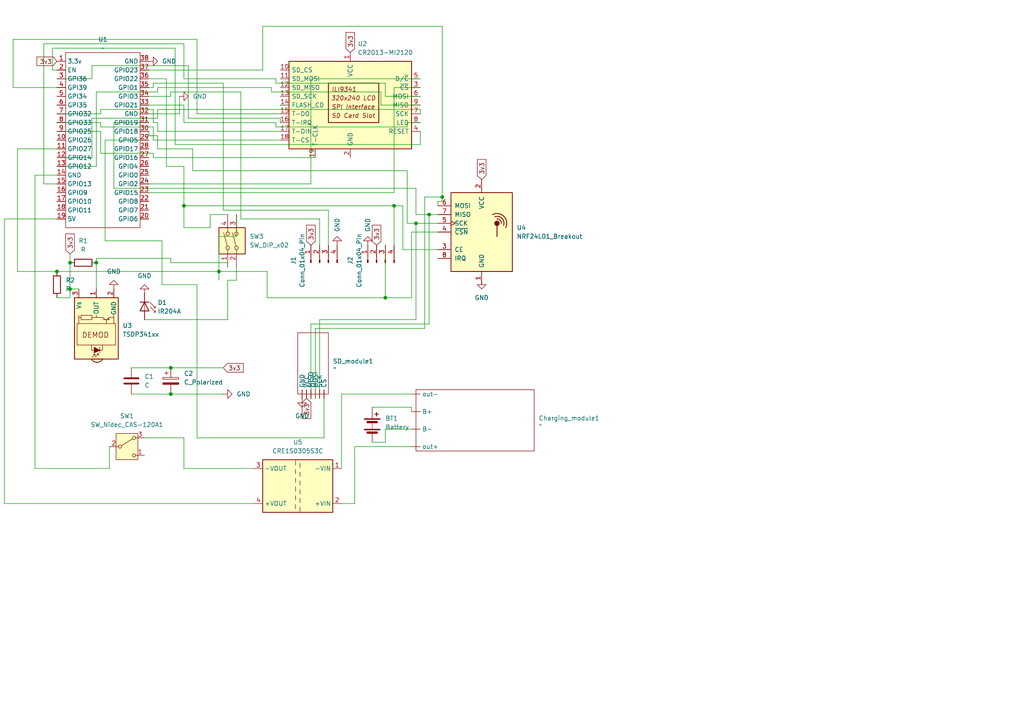
<source format=kicad_sch>
(kicad_sch (version 20250114) (generator "eeschema") (generator_version "9.0")
  (paper "A4")
  (lib_symbols
    (symbol "Connector:Conn_01x04_Pin" (pin_names (offset 1.016) (hide yes))
      (property "Reference" "J" (at 0 5.08 0))
      (property "Value" "Conn_01x04_Pin" (at 0 -7.62 0))
      (symbol "Conn_01x04_Pin_1_1"
        (rectangle (start 0.8636 2.667) (end 0 2.413) (stroke (width 0.1524)) (fill (type outline)))
        (rectangle (start 0.8636 0.127) (end 0 -0.127) (stroke (width 0.1524)) (fill (type outline)))
        (rectangle (start 0.8636 -2.413) (end 0 -2.667) (stroke (width 0.1524)) (fill (type outline)))
        (rectangle (start 0.8636 -4.953) (end 0 -5.207) (stroke (width 0.1524)) (fill (type outline)))
        (polyline (pts (xy 1.27 2.54) (xy 0.8636 2.54)) (stroke (width 0.1524)))
        (polyline (pts (xy 1.27 0) (xy 0.8636 0)) (stroke (width 0.1524)))
        (polyline (pts (xy 1.27 -2.54) (xy 0.8636 -2.54)) (stroke (width 0.1524)))
        (polyline (pts (xy 1.27 -5.08) (xy 0.8636 -5.08)) (stroke (width 0.1524)))
        (pin passive line (at 5.08 2.54 180) (length 3.81) (name "Pin_1") (number "1"))
        (pin passive line (at 5.08 0 180) (length 3.81) (name "Pin_2") (number "2"))
        (pin passive line (at 5.08 -2.54 180) (length 3.81) (name "Pin_3") (number "3"))
        (pin passive line (at 5.08 -5.08 180) (length 3.81) (name "Pin_4") (number "4"))
      )
    )
    (symbol "Device:Battery" (pin_numbers (hide yes)) (pin_names (offset 0) (hide yes))
      (property "Reference" "BT" (at 2.54 2.54 0))
      (property "Value" "Battery" (at 2.54 0 0))
      (symbol "Battery_0_1"
        (rectangle (start -2.286 1.778) (end 2.286 1.524) (fill (type outline)))
        (rectangle (start -2.286 -1.27) (end 2.286 -1.524) (fill (type outline)))
        (rectangle (start -1.524 1.016) (end 1.524 0.508) (fill (type outline)))
        (rectangle (start -1.524 -2.032) (end 1.524 -2.54) (fill (type outline)))
        (polyline (pts (xy 0 1.778) (xy 0 2.54)))
        (polyline (pts (xy 0 0) (xy 0 0.254)))
        (polyline (pts (xy 0 -0.508) (xy 0 -0.254)))
        (polyline (pts (xy 0 -1.016) (xy 0 -0.762)))
        (polyline (pts (xy 0.762 3.048) (xy 1.778 3.048)) (stroke (width 0.254)))
        (polyline (pts (xy 1.27 3.556) (xy 1.27 2.54)) (stroke (width 0.254)))
      )
      (symbol "Battery_1_1"
        (pin passive line (at 0 5.08 270) (length 2.54) (name "+") (number "1"))
        (pin passive line (at 0 -5.08 90) (length 2.54) (name "-") (number "2"))
      )
    )
    (symbol "Device:C" (pin_numbers (hide yes)) (pin_names (offset 0.254))
      (property "Reference" "C" (at 0.635 2.54 0))
      (property "Value" "C" (at 0.635 -2.54 0))
      (symbol "C_0_1"
        (polyline (pts (xy -2.032 0.762) (xy 2.032 0.762)) (stroke (width 0.508)))
        (polyline (pts (xy -2.032 -0.762) (xy 2.032 -0.762)) (stroke (width 0.508)))
      )
      (symbol "C_1_1"
        (pin passive line (at 0 3.81 270) (length 2.794) (name "~") (number "1"))
        (pin passive line (at 0 -3.81 90) (length 2.794) (name "~") (number "2"))
      )
    )
    (symbol "Device:C_Polarized" (pin_numbers (hide yes)) (pin_names (offset 0.254))
      (property "Reference" "C" (at 0.635 2.54 0))
      (property "Value" "C_Polarized" (at 0.635 -2.54 0))
      (symbol "C_Polarized_0_1"
        (rectangle (start -2.286 0.508) (end 2.286 1.016))
        (polyline (pts (xy -1.778 2.286) (xy -0.762 2.286)))
        (polyline (pts (xy -1.27 2.794) (xy -1.27 1.778)))
        (rectangle (start 2.286 -0.508) (end -2.286 -1.016) (fill (type outline)))
      )
      (symbol "C_Polarized_1_1"
        (pin passive line (at 0 3.81 270) (length 2.794) (name "~") (number "1"))
        (pin passive line (at 0 -3.81 90) (length 2.794) (name "~") (number "2"))
      )
    )
    (symbol "Device:R" (pin_numbers (hide yes)) (pin_names (offset 0))
      (property "Reference" "R" (at 2.032 0 90))
      (property "Value" "R" (at 0 0 90))
      (symbol "R_0_1"
        (rectangle (start -1.016 -2.54) (end 1.016 2.54) (stroke (width 0.254)))
      )
      (symbol "R_1_1"
        (pin passive line (at 0 3.81 270) (length 1.27) (name "~") (number "1"))
        (pin passive line (at 0 -3.81 90) (length 1.27) (name "~") (number "2"))
      )
    )
    (symbol "Driver_Display:CR2013-MI2120" (pin_names (offset 0.762))
      (property "Reference" "U2" (at 2.1433 17.78 0))
      (property "Value" "CR2013-MI2120" (at 2.1433 15.24 0))
      (symbol "CR2013-MI2120_0_0"
        (text "ILI9341" (at -5.461 4.572 0) (effects (font (size 1.27 1.27) (italic yes)) (justify left)))
        (text "SPI Interface" (at -5.461 -0.508 0) (effects (font (size 1.27 1.27) (italic yes)) (justify left)))
        (text "SD Card Slot" (at -5.461 -3.048 0) (effects (font (size 1.27 1.27) (italic yes)) (justify left)))
        (text "320x240 LCD" (at 0.889 2.032 0) (effects (font (size 1.27 1.27) (italic yes))))
      )
      (symbol "CR2013-MI2120_0_1"
        (rectangle (start -17.78 12.7) (end 17.78 -12.7) (stroke (width 0.254)) (fill (type background)))
        (rectangle (start -6.35 6.35) (end 8.255 -5.08) (stroke (width 0.254)))
      )
      (symbol "CR2013-MI2120_1_1"
        (pin input line (at -20.32 10.16 0) (length 2.54) (name "SD_CS") (number "10"))
        (pin input line (at -20.32 7.62 0) (length 2.54) (name "SD_MOSI") (number "11"))
        (pin output line (at -20.32 5.08 0) (length 2.54) (name "SD_MISO") (number "12"))
        (pin input line (at -20.32 2.54 0) (length 2.54) (name "SD_SCK") (number "13"))
        (pin input line (at -20.32 0 0) (length 2.54) (name "FLASH_CD") (number "14"))
        (pin output line (at -20.32 -2.54 0) (length 2.54) (name "T-DO") (number "15"))
        (pin input line (at -20.32 -5.08 0) (length 2.54) (name "T-IRQ") (number "16"))
        (pin input line (at -20.32 -7.62 0) (length 2.54) (name "T-DIN") (number "17"))
        (pin input line (at -20.32 -10.16 0) (length 2.54) (name "T-CS") (number "18"))
        (pin input line (at -10.16 -15.24 90) (length 2.54) (name "T-CLK") (number "19"))
        (pin power_in line (at 0 15.24 270) (length 2.54) (name "VCC") (number "1"))
        (pin power_in line (at 0 -15.24 90) (length 2.54) (name "GND") (number "2"))
        (pin input line (at 20.32 7.62 180) (length 2.54) (name "D/~{C}") (number "5"))
        (pin input line (at 20.32 5.08 180) (length 2.54) (name "~{CS}") (number "3"))
        (pin input line (at 20.32 2.54 180) (length 2.54) (name "MOSI") (number "6"))
        (pin output line (at 20.32 0 180) (length 2.54) (name "MISO") (number "9"))
        (pin input line (at 20.32 -2.54 180) (length 2.54) (name "SCK") (number "7"))
        (pin input line (at 20.32 -5.08 180) (length 2.54) (name "LED") (number "8"))
        (pin input line (at 20.32 -7.62 180) (length 2.54) (name "RESET") (number "4"))
      )
    )
    (symbol "Interface_Optical:TSDP341xx" (pin_names (offset 1.016))
      (property "Reference" "U" (at -10.16 7.62 0))
      (property "Value" "TSDP341xx" (at -10.16 -7.62 0))
      (symbol "TSDP341xx_0_0"
        (arc (start -10.287 -1.778) (mid -11.0899 -0.1905) (end -10.287 1.397) (stroke (width 0.254)) (fill (type background)))
        (polyline (pts (xy 1.905 5.08) (xy 0.127 5.08)))
        (polyline (pts (xy 1.905 -5.08) (xy 0.127 -5.08)))
        (text "DEMOD" (at -3.175 0.254 900) (effects (font (size 1.524 1.524))))
      )
      (symbol "TSDP341xx_0_1"
        (polyline (pts (xy -8.763 0.381) (xy -9.652 1.27)))
        (polyline (pts (xy -8.763 0.381) (xy -9.271 0.381)))
        (polyline (pts (xy -8.763 0.381) (xy -8.763 0.889)))
        (polyline (pts (xy -8.636 -0.635) (xy -9.525 0.254)))
        (polyline (pts (xy -8.636 -0.635) (xy -9.144 -0.635)))
        (polyline (pts (xy -8.636 -0.635) (xy -8.636 -0.127)))
        (polyline (pts (xy -8.382 0.635) (xy -6.731 0.635) (xy -7.62 -1.016) (xy -8.382 0.635)) (fill (type outline)))
        (polyline (pts (xy -8.382 -1.016) (xy -6.731 -1.016)))
        (rectangle (start -6.096 5.588) (end 0.127 -5.588))
        (polyline (pts (xy -6.096 1.397) (xy -7.62 1.397) (xy -7.62 -1.778) (xy -6.096 -1.778)))
        (polyline (pts (xy 1.27 -1.905) (xy 1.27 -3.81)))
        (polyline (pts (xy 1.27 -2.54) (xy 1.905 -1.905) (xy 1.905 0) (xy 2.54 0)))
        (polyline (pts (xy 1.27 -2.921) (xy 0.127 -2.921)))
        (polyline (pts (xy 1.27 -3.175) (xy 1.905 -3.81) (xy 1.905 -5.08) (xy 2.54 -5.08)))
        (polyline (pts (xy 1.397 -3.556) (xy 1.524 -3.556)))
        (polyline (pts (xy 1.651 -3.556) (xy 1.524 -3.556)))
        (polyline (pts (xy 1.651 -3.556) (xy 1.651 -3.302)))
        (polyline (pts (xy 1.905 4.445) (xy 1.905 5.08) (xy 2.54 5.08)))
        (polyline (pts (xy 1.905 0) (xy 1.905 1.27)))
        (rectangle (start 2.54 1.27) (end 1.27 4.445))
        (rectangle (start 7.62 6.35) (end -10.16 -6.35) (stroke (width 0.254)) (fill (type background)))
      )
      (symbol "TSDP341xx_1_1"
        (pin power_in line (at 10.16 5.08 180) (length 2.54) (name "Vs") (number "3"))
        (pin output line (at 10.16 0 180) (length 2.54) (name "OUT") (number "1"))
        (pin power_in line (at 10.16 -5.08 180) (length 2.54) (name "GND") (number "2"))
      )
    )
    (symbol "LED:IR204A" (pin_numbers (hide yes)) (pin_names (offset 1.016) (hide yes))
      (property "Reference" "D" (at 0.508 1.778 0))
      (property "Value" "IR204A" (at -1.016 -2.794 0))
      (symbol "IR204A_0_1"
        (polyline (pts (xy -2.54 1.27) (xy -2.54 -1.27)) (stroke (width 0.254)))
        (polyline (pts (xy -2.413 1.651) (xy -0.889 3.175) (xy -0.889 2.667) (xy -0.889 3.175) (xy -1.397 3.175)))
        (polyline (pts (xy -1.143 1.651) (xy 0.381 3.175) (xy 0.381 2.667)))
        (polyline (pts (xy 0 1.27) (xy -2.54 0) (xy 0 -1.27) (xy 0 1.27)) (stroke (width 0.254)))
        (polyline (pts (xy 0 0) (xy -2.54 0)))
        (polyline (pts (xy 0.381 3.175) (xy -0.127 3.175)))
      )
      (symbol "IR204A_1_1"
        (pin passive line (at -5.08 0 0) (length 2.54) (name "K") (number "1"))
        (pin passive line (at 2.54 0 180) (length 2.54) (name "A") (number "2"))
      )
    )
    (symbol "RF:NRF24L01_Breakout" (pin_names (offset 1.016))
      (property "Reference" "U" (at -8.89 12.7 0))
      (property "Value" "NRF24L01_Breakout" (at 3.81 12.7 0))
      (symbol "NRF24L01_Breakout_0_1"
        (rectangle (start -8.89 11.43) (end 8.89 -11.43) (stroke (width 0.254)) (fill (type background)))
        (arc (start 3.175 5.08) (mid 6.453 4.548) (end 6.985 1.27) (stroke (width 0.254)))
        (circle (center 4.445 2.54) (radius 0.635) (stroke (width 0.254)) (fill (type outline)))
        (polyline (pts (xy 4.445 1.905) (xy 4.445 -1.27)) (stroke (width 0.254)))
        (arc (start 3.81 4.445) (mid 5.8835 3.9785) (end 6.35 1.905) (stroke (width 0.254)))
        (arc (start 4.445 3.81) (mid 5.3558 3.4508) (end 5.715 2.54) (stroke (width 0.254)))
      )
      (symbol "NRF24L01_Breakout_1_1"
        (pin input line (at -12.7 7.62 0) (length 3.81) (name "MOSI") (number "6"))
        (pin output line (at -12.7 5.08 0) (length 3.81) (name "MISO") (number "7"))
        (pin input clock (at -12.7 2.54 0) (length 3.81) (name "SCK") (number "5"))
        (pin input line (at -12.7 0 0) (length 3.81) (name "~{CSN}") (number "4"))
        (pin input line (at -12.7 -5.08 0) (length 3.81) (name "CE") (number "3"))
        (pin output line (at -12.7 -7.62 0) (length 3.81) (name "IRQ") (number "8"))
        (pin power_in line (at 0 15.24 270) (length 3.81) (name "VCC") (number "2"))
        (pin power_in line (at 0 -15.24 90) (length 3.81) (name "GND") (number "1"))
      )
    )
    (symbol "Regulator_Switching:CRE1S0305S3C"
      (property "Reference" "U" (at -8.89 8.89 0))
      (property "Value" "CRE1S0305S3C" (at 2.54 8.89 0))
      (symbol "CRE1S0305S3C_0_1"
        (rectangle (start -10.16 7.62) (end 10.16 -7.62) (stroke (width 0.254)) (fill (type background)))
        (polyline (pts (xy -0.635 7.366) (xy -0.635 6.096)))
        (polyline (pts (xy -0.635 4.826) (xy -0.635 3.556)))
        (polyline (pts (xy -0.635 2.286) (xy -0.635 1.016)))
        (polyline (pts (xy -0.635 -0.254) (xy -0.635 -1.524)))
        (polyline (pts (xy -0.635 -2.794) (xy -0.635 -4.064)))
        (polyline (pts (xy -0.635 -5.334) (xy -0.635 -6.604)))
        (polyline (pts (xy 0.635 5.334) (xy 0.635 6.604)))
        (polyline (pts (xy 0.635 2.794) (xy 0.635 4.064)))
        (polyline (pts (xy 0.635 0.254) (xy 0.635 1.524)))
        (polyline (pts (xy 0.635 -2.286) (xy 0.635 -1.016)))
        (polyline (pts (xy 0.635 -4.826) (xy 0.635 -3.556)))
        (polyline (pts (xy 0.635 -7.366) (xy 0.635 -6.096)))
      )
      (symbol "CRE1S0305S3C_1_1"
        (pin power_in line (at -12.7 5.08 0) (length 2.54) (name "+VIN") (number "2"))
        (pin power_in line (at -12.7 -5.08 0) (length 2.54) (name "-VIN") (number "1"))
        (pin power_out line (at 12.7 5.08 180) (length 2.54) (name "+VOUT") (number "4"))
        (pin power_out line (at 12.7 -5.08 180) (length 2.54) (name "-VOUT") (number "3"))
      )
    )
    (symbol "Switch:SW_DIP_x02" (pin_names (offset 0) (hide yes))
      (property "Reference" "SW" (at 0 6.35 0))
      (property "Value" "SW_DIP_x02" (at 0 -3.81 0))
      (symbol "SW_DIP_x02_0_0"
        (circle (center -2.032 2.54) (radius 0.508))
        (circle (center -2.032 0) (radius 0.508))
        (polyline (pts (xy -1.524 2.667) (xy 2.3622 3.7084)))
        (polyline (pts (xy -1.524 0.127) (xy 2.3622 1.1684)))
        (circle (center 2.032 2.54) (radius 0.508))
        (circle (center 2.032 0) (radius 0.508))
      )
      (symbol "SW_DIP_x02_0_1"
        (rectangle (start -3.81 5.08) (end 3.81 -2.54) (stroke (width 0.254)) (fill (type background)))
      )
      (symbol "SW_DIP_x02_1_1"
        (pin passive line (at -7.62 2.54 0) (length 5.08) (name "~") (number "1"))
        (pin passive line (at -7.62 0 0) (length 5.08) (name "~") (number "2"))
        (pin passive line (at 7.62 2.54 180) (length 5.08) (name "~") (number "4"))
        (pin passive line (at 7.62 0 180) (length 5.08) (name "~") (number "3"))
      )
    )
    (symbol "Switch:SW_Nidec_CAS-120A1" (pin_names (offset 1) (hide yes))
      (property "Reference" "SW" (at 0 4.318 0))
      (property "Value" "SW_Nidec_CAS-120A1" (at 0 -5.08 0))
      (symbol "SW_Nidec_CAS-120A1_0_1"
        (circle (center -2.032 0) (radius 0.4572))
        (polyline (pts (xy -1.651 0.254) (xy 1.651 2.286)))
        (circle (center 2.032 2.54) (radius 0.4572))
        (circle (center 2.032 -2.54) (radius 0.4572))
      )
      (symbol "SW_Nidec_CAS-120A1_1_1"
        (rectangle (start -3.175 3.81) (end 3.175 -3.81) (fill (type background)))
        (pin passive line (at -5.08 0 0) (length 2.54) (name "B") (number "2"))
        (pin passive line (at 5.08 2.54 180) (length 2.54) (name "A") (number "3"))
        (pin passive line (at 5.08 -2.54 180) (length 2.54) (name "C") (number "1"))
      )
    )
    (symbol "gfd:Esp32"
      (property "Reference" "U" (at 0 0 0))
      (symbol "Esp32_0_1"
        (rectangle (start -10.16 16.51) (end 11.43 -34.29))
      )
      (symbol "Esp32_1_1"
        (pin bidirectional line (at -12.7 13.97 0) (length 2.54) (name "3.3v") (number "1"))
        (pin input line (at -12.7 11.43 0) (length 2.54) (name "EN") (number "2"))
        (pin input line (at -12.7 8.89 0) (length 2.54) (name "GPI36") (number "3"))
        (pin input line (at -12.7 6.35 0) (length 2.54) (name "GPI39") (number "4"))
        (pin input line (at -12.7 3.81 0) (length 2.54) (name "GPI34") (number "5"))
        (pin input line (at -12.7 1.27 0) (length 2.54) (name "GPI35") (number "6"))
        (pin bidirectional line (at -12.7 -1.27 0) (length 2.54) (name "GPIO32") (number "7"))
        (pin bidirectional line (at -12.7 -3.81 0) (length 2.54) (name "GPIO33") (number "8"))
        (pin bidirectional line (at -12.7 -6.35 0) (length 2.54) (name "GPIO25") (number "9"))
        (pin bidirectional line (at -12.7 -8.89 0) (length 2.54) (name "GPIO26") (number "10"))
        (pin bidirectional line (at -12.7 -11.43 0) (length 2.54) (name "GPIO27") (number "11"))
        (pin bidirectional line (at -12.7 -13.97 0) (length 2.54) (name "GPIO14") (number "12"))
        (pin bidirectional line (at -12.7 -16.51 0) (length 2.54) (name "GPIO12") (number "13"))
        (pin bidirectional line (at -12.7 -19.05 0) (length 2.54) (name "GND") (number "14"))
        (pin bidirectional line (at -12.7 -21.59 0) (length 2.54) (name "GPIO13") (number "15"))
        (pin bidirectional line (at -12.7 -24.13 0) (length 2.54) (name "GPIO9") (number "16"))
        (pin bidirectional line (at -12.7 -26.67 0) (length 2.54) (name "GPIO10") (number "17"))
        (pin bidirectional line (at -12.7 -29.21 0) (length 2.54) (name "GPIO11") (number "18"))
        (pin bidirectional line (at -12.7 -31.75 0) (length 2.54) (name "5V") (number "19"))
        (pin bidirectional line (at 13.97 13.97 180) (length 2.54) (name "GND") (number "38"))
        (pin bidirectional line (at 13.97 11.43 180) (length 2.54) (name "GPIO23") (number "37"))
        (pin bidirectional line (at 13.97 8.89 180) (length 2.54) (name "GPIO22") (number "36"))
        (pin bidirectional line (at 13.97 6.35 180) (length 2.54) (name "GPIO1") (number "35"))
        (pin bidirectional line (at 13.97 3.81 180) (length 2.54) (name "GPIO3") (number "34"))
        (pin bidirectional line (at 13.97 1.27 180) (length 2.54) (name "GPIO21") (number "33"))
        (pin bidirectional line (at 13.97 -1.27 180) (length 2.54) (name "GND") (number "32"))
        (pin bidirectional line (at 13.97 -3.81 180) (length 2.54) (name "GPIO19") (number "31"))
        (pin bidirectional line (at 13.97 -6.35 180) (length 2.54) (name "GPIO18") (number "30"))
        (pin bidirectional line (at 13.97 -8.89 180) (length 2.54) (name "GPIO5") (number "29"))
        (pin bidirectional line (at 13.97 -11.43 180) (length 2.54) (name "GPIO17") (number "28"))
        (pin bidirectional line (at 13.97 -13.97 180) (length 2.54) (name "GPIO16") (number "27"))
        (pin bidirectional line (at 13.97 -16.51 180) (length 2.54) (name "GPIO4") (number "26"))
        (pin bidirectional line (at 13.97 -19.05 180) (length 2.54) (name "GPIO0") (number "25"))
        (pin bidirectional line (at 13.97 -21.59 180) (length 2.54) (name "GPIO2") (number "24"))
        (pin bidirectional line (at 13.97 -24.13 180) (length 2.54) (name "GPIO15") (number "23"))
        (pin bidirectional line (at 13.97 -26.67 180) (length 2.54) (name "GPIO8") (number "22"))
        (pin bidirectional line (at 13.97 -29.21 180) (length 2.54) (name "GPIO7") (number "21"))
        (pin bidirectional line (at 13.97 -31.75 180) (length 2.54) (name "GPIO6") (number "20"))
      )
    )
    (symbol "my:Charging_module"
      (property "Reference" "Charging_module" (at -78.74 38.1 0))
      (symbol "Charging_module_0_1"
        (rectangle (start -87.63 36.83) (end -69.85 2.54))
      )
      (symbol "Charging_module_1_1"
        (pin output line (at -86.36 1.27 90) (length 2.54) (name "out-") (number ""))
        (pin bidirectional line (at -81.28 1.27 90) (length 2.54) (name "B+") (number ""))
        (pin bidirectional line (at -76.2 1.27 90) (length 2.54) (name "B-") (number ""))
        (pin output line (at -71.12 1.27 90) (length 2.54) (name "out+") (number ""))
      )
    )
    (symbol "my:SD_module"
      (property "Reference" "SD_module" (at 0 0 0))
      (symbol "SD_module_0_1"
        (rectangle (start -10.16 6.35) (end -1.27 -11.43))
      )
      (symbol "SD_module_1_1"
        (pin output line (at -8.89 -12.7 90) (length 2.54) (name "GND") (number ""))
        (pin input line (at -7.62 -12.7 90) (length 2.54) (name "VCC") (number ""))
        (pin input line (at -6.35 -12.7 90) (length 2.54) (name "MISO") (number ""))
        (pin output line (at -5.08 -12.7 90) (length 2.54) (name "MOSI") (number ""))
        (pin input line (at -3.81 -12.7 90) (length 2.54) (name "SCK") (number ""))
        (pin input line (at -2.54 -12.7 90) (length 2.54) (name "CS") (number ""))
      )
    )
    (symbol "power:GND" (power) (pin_numbers (hide yes)) (pin_names (offset 0) (hide yes))
      (property "Value" "GND" (at 0 -3.81 0))
      (symbol "GND_0_1"
        (polyline (pts (xy 0 0) (xy 0 -1.27) (xy 1.27 -1.27) (xy 0 -2.54) (xy -1.27 -1.27) (xy 0 -1.27)))
      )
      (symbol "GND_1_1"
        (pin power_in line (at 0 0 270) (length 0) (name "~") (number "1"))
      )
    )
  )
  (junction (at 114.3 59.69))
  (junction (at 128.27 57.15))
  (junction (at 20.32 83.82))
  (junction (at 63.5 78.74))
  (junction (at 120.65 64.77))
  (junction (at 53.34 59.69))
  (junction (at 27.94 76.2))
  (junction (at 49.53 106.68))
  (junction (at 124.46 62.23))
  (junction (at 49.53 114.3))
  (junction (at 16.51 78.74))
  (junction (at 20.32 76.2))
  (junction (at 111.76 86.36))
  (wire (pts (xy 31.75 135.89) (xy 31.75 129.54)))
  (wire (pts (xy 81.28 34.29) (xy 54.61 34.29)))
  (wire (pts (xy 10.16 135.89) (xy 10.16 50.8)))
  (wire (pts (xy 45.72 26.67) (xy 27.94 26.67)))
  (wire (pts (xy 121.92 41.91) (xy 121.92 38.1)))
  (wire (pts (xy 114.3 25.4) (xy 121.92 25.4)))
  (wire (pts (xy 119.38 114.3) (xy 99.06 114.3)))
  (wire (pts (xy 119.38 129.54) (xy 102.87 129.54)))
  (wire (pts (xy 120.65 92.71) (xy 120.65 64.77)))
  (wire (pts (xy 12.7 12.7) (xy 12.7 53.34)))
  (wire (pts (xy 102.87 146.05) (xy 99.06 146.05)))
  (wire (pts (xy 110.49 30.48) (xy 121.92 30.48)))
  (wire (pts (xy 52.07 33.02) (xy 43.18 33.02)))
  (wire (pts (xy 43.18 39.37) (xy 43.18 38.1)))
  (wire (pts (xy 93.98 115.57) (xy 93.98 127)))
  (wire (pts (xy 27.94 76.2) (xy 27.94 74.93)))
  (wire (pts (xy 30.48 40.64) (xy 43.18 40.64)))
  (wire (pts (xy 111.76 71.12) (xy 111.76 86.36)))
  (wire (pts (xy 45.72 39.37) (xy 43.18 39.37)))
  (wire (pts (xy 27.94 83.82) (xy 27.94 76.2)))
  (wire (pts (xy 120.65 64.77) (xy 118.11 64.77)))
  (wire (pts (xy 15.24 13.97) (xy 15.24 20.32)))
  (wire (pts (xy 53.34 12.7) (xy 12.7 12.7)))
  (wire (pts (xy 50.8 13.97) (xy 15.24 13.97)))
  (wire (pts (xy 80.01 35.56) (xy 80.01 36.83)))
  (wire (pts (xy 54.61 34.29) (xy 54.61 19.05)))
  (wire (pts (xy 49.53 114.3) (xy 64.77 114.3)))
  (wire (pts (xy 118.11 36.83) (xy 118.11 35.56)))
  (wire (pts (xy 5.08 43.18) (xy 5.08 78.74)))
  (wire (pts (xy 38.1 106.68) (xy 49.53 106.68)))
  (wire (pts (xy 119.38 118.11) (xy 119.38 119.38)))
  (wire (pts (xy 73.66 146.05) (xy 1.27 146.05)))
  (wire (pts (xy 81.28 35.56) (xy 81.28 34.29)))
  (wire (pts (xy 41.91 92.71) (xy 66.04 92.71)))
  (wire (pts (xy 92.71 115.57) (xy 92.71 92.71)))
  (wire (pts (xy 16.51 43.18) (xy 5.08 43.18)))
  (wire (pts (xy 127 64.77) (xy 120.65 64.77)))
  (wire (pts (xy 119.38 124.46) (xy 111.76 124.46)))
  (wire (pts (xy 90.17 22.86) (xy 90.17 53.34)))
  (wire (pts (xy 99.06 114.3) (xy 99.06 135.89)))
  (wire (pts (xy 38.1 114.3) (xy 49.53 114.3)))
  (wire (pts (xy 118.11 35.56) (xy 121.92 35.56)))
  (wire (pts (xy 45.72 35.56) (xy 44.45 35.56)))
  (wire (pts (xy 54.61 19.05) (xy 26.67 19.05)))
  (wire (pts (xy 114.3 55.88) (xy 114.3 25.4)))
  (wire (pts (xy 26.67 45.72) (xy 16.51 45.72)))
  (wire (pts (xy 127 72.39) (xy 116.84 72.39)))
  (wire (pts (xy 29.21 35.56) (xy 16.51 35.56)))
  (wire (pts (xy 44.45 24.13) (xy 44.45 25.4)))
  (wire (pts (xy 57.15 127) (xy 57.15 82.55)))
  (wire (pts (xy 1.27 146.05) (xy 1.27 63.5)))
  (wire (pts (xy 60.96 62.23) (xy 66.04 62.23)))
  (wire (pts (xy 33.02 54.61) (xy 33.02 35.56)))
  (wire (pts (xy 48.26 48.26) (xy 48.26 22.86)))
  (wire (pts (xy 118.11 64.77) (xy 118.11 49.53)))
  (wire (pts (xy 95.25 60.96) (xy 64.77 60.96)))
  (wire (pts (xy 44.45 35.56) (xy 44.45 31.75)))
  (wire (pts (xy 77.47 86.36) (xy 77.47 78.74)))
  (wire (pts (xy 53.34 135.89) (xy 73.66 135.89)))
  (wire (pts (xy 45.72 43.18) (xy 45.72 39.37)))
  (wire (pts (xy 123.19 57.15) (xy 128.27 57.15)))
  (wire (pts (xy 92.71 92.71) (xy 120.65 92.71)))
  (wire (pts (xy 29.21 31.75) (xy 29.21 33.02)))
  (wire (pts (xy 90.17 93.98) (xy 124.46 93.98)))
  (wire (pts (xy 43.18 27.94) (xy 49.53 27.94)))
  (wire (pts (xy 46.99 82.55) (xy 46.99 69.85)))
  (wire (pts (xy 78.74 25.4) (xy 78.74 26.67)))
  (wire (pts (xy 53.34 22.86) (xy 80.01 22.86)))
  (wire (pts (xy 66.04 76.2) (xy 66.04 77.47)))
  (wire (pts (xy 69.85 26.67) (xy 69.85 63.5)))
  (wire (pts (xy 41.91 127) (xy 53.34 127)))
  (wire (pts (xy 43.18 20.32) (xy 76.2 20.32)))
  (wire (pts (xy 10.16 135.89) (xy 31.75 135.89)))
  (wire (pts (xy 57.15 11.43) (xy 3.81 11.43)))
  (wire (pts (xy 68.58 81.28) (xy 68.58 77.47)))
  (wire (pts (xy 114.3 59.69) (xy 116.84 59.69)))
  (wire (pts (xy 121.92 22.86) (xy 90.17 22.86)))
  (wire (pts (xy 16.51 86.36) (xy 20.32 86.36)))
  (wire (pts (xy 49.53 26.67) (xy 69.85 26.67)))
  (wire (pts (xy 45.72 31.75) (xy 121.92 31.75)))
  (wire (pts (xy 123.19 95.25) (xy 123.19 57.15)))
  (wire (pts (xy 50.8 41.91) (xy 121.92 41.91)))
  (wire (pts (xy 26.67 34.29) (xy 26.67 45.72)))
  (wire (pts (xy 55.88 49.53) (xy 55.88 43.18)))
  (wire (pts (xy 53.34 66.04) (xy 53.34 59.69)))
  (wire (pts (xy 127 67.31) (xy 119.38 67.31)))
  (wire (pts (xy 27.94 48.26) (xy 16.51 48.26)))
  (wire (pts (xy 20.32 73.66) (xy 20.32 76.2)))
  (wire (pts (xy 63.5 68.58) (xy 68.58 68.58)))
  (wire (pts (xy 53.34 35.56) (xy 53.34 30.48)))
  (wire (pts (xy 50.8 13.97) (xy 50.8 41.91)))
  (wire (pts (xy 91.44 45.72) (xy 44.45 45.72)))
  (wire (pts (xy 64.77 60.96) (xy 64.77 24.13)))
  (wire (pts (xy 43.18 55.88) (xy 114.3 55.88)))
  (wire (pts (xy 57.15 33.02) (xy 57.15 11.43)))
  (wire (pts (xy 119.38 86.36) (xy 111.76 86.36)))
  (wire (pts (xy 119.38 67.31) (xy 119.38 86.36)))
  (wire (pts (xy 29.21 38.1) (xy 16.51 38.1)))
  (wire (pts (xy 81.28 40.64) (xy 44.45 40.64)))
  (wire (pts (xy 53.34 22.86) (xy 53.34 12.7)))
  (wire (pts (xy 80.01 36.83) (xy 118.11 36.83)))
  (wire (pts (xy 45.72 25.4) (xy 78.74 25.4)))
  (wire (pts (xy 77.47 78.74) (xy 63.5 78.74)))
  (wire (pts (xy 124.46 93.98) (xy 124.46 62.23)))
  (wire (pts (xy 44.45 40.64) (xy 44.45 36.83)))
  (wire (pts (xy 107.95 118.11) (xy 119.38 118.11)))
  (wire (pts (xy 127 58.42) (xy 127 59.69)))
  (wire (pts (xy 33.02 35.56) (xy 43.18 35.56)))
  (wire (pts (xy 60.96 66.04) (xy 60.96 62.23)))
  (wire (pts (xy 81.28 38.1) (xy 45.72 38.1)))
  (wire (pts (xy 128.27 57.15) (xy 128.27 58.42)))
  (wire (pts (xy 44.45 25.4) (xy 43.18 25.4)))
  (wire (pts (xy 26.67 22.86) (xy 16.51 22.86)))
  (wire (pts (xy 43.18 53.34) (xy 90.17 53.34)))
  (wire (pts (xy 111.76 24.13) (xy 111.76 27.94)))
  (wire (pts (xy 128.27 7.62) (xy 128.27 57.15)))
  (wire (pts (xy 57.15 82.55) (xy 46.99 82.55)))
  (wire (pts (xy 128.27 58.42) (xy 127 58.42)))
  (wire (pts (xy 12.7 53.34) (xy 16.51 53.34)))
  (wire (pts (xy 44.45 31.75) (xy 29.21 31.75)))
  (wire (pts (xy 53.34 66.04) (xy 60.96 66.04)))
  (wire (pts (xy 26.67 19.05) (xy 26.67 22.86)))
  (wire (pts (xy 49.53 74.93) (xy 49.53 76.2)))
  (wire (pts (xy 53.34 35.56) (xy 80.01 35.56)))
  (wire (pts (xy 53.34 59.69) (xy 53.34 48.26)))
  (wire (pts (xy 20.32 83.82) (xy 22.86 83.82)))
  (wire (pts (xy 76.2 7.62) (xy 128.27 7.62)))
  (wire (pts (xy 78.74 26.67) (xy 110.49 26.67)))
  (wire (pts (xy 118.11 49.53) (xy 55.88 49.53)))
  (wire (pts (xy 1.27 63.5) (xy 16.51 63.5)))
  (wire (pts (xy 45.72 34.29) (xy 26.67 34.29)))
  (wire (pts (xy 63.5 81.28) (xy 63.5 78.74)))
  (wire (pts (xy 5.08 78.74) (xy 16.51 78.74)))
  (wire (pts (xy 27.94 74.93) (xy 49.53 74.93)))
  (wire (pts (xy 20.32 76.2) (xy 20.32 83.82)))
  (wire (pts (xy 110.49 26.67) (xy 110.49 30.48)))
  (wire (pts (xy 111.76 128.27) (xy 107.95 128.27)))
  (wire (pts (xy 30.48 69.85) (xy 30.48 40.64)))
  (wire (pts (xy 33.02 54.61) (xy 120.65 54.61)))
  (wire (pts (xy 111.76 86.36) (xy 77.47 86.36)))
  (wire (pts (xy 111.76 27.94) (xy 121.92 27.94)))
  (wire (pts (xy 29.21 33.02) (xy 16.51 33.02)))
  (wire (pts (xy 29.21 44.45) (xy 29.21 38.1)))
  (wire (pts (xy 91.44 95.25) (xy 123.19 95.25)))
  (wire (pts (xy 81.28 33.02) (xy 57.15 33.02)))
  (wire (pts (xy 124.46 62.23) (xy 120.65 62.23)))
  (wire (pts (xy 127 62.23) (xy 124.46 62.23)))
  (wire (pts (xy 49.53 76.2) (xy 66.04 76.2)))
  (wire (pts (xy 10.16 50.8) (xy 16.51 50.8)))
  (wire (pts (xy 3.81 11.43) (xy 3.81 25.4)))
  (wire (pts (xy 80.01 24.13) (xy 111.76 24.13)))
  (wire (pts (xy 66.04 81.28) (xy 68.58 81.28)))
  (wire (pts (xy 92.71 63.5) (xy 92.71 71.12)))
  (wire (pts (xy 121.92 31.75) (xy 121.92 33.02)))
  (wire (pts (xy 45.72 38.1) (xy 45.72 35.56)))
  (wire (pts (xy 49.53 106.68) (xy 64.77 106.68)))
  (wire (pts (xy 29.21 36.83) (xy 29.21 35.56)))
  (wire (pts (xy 102.87 129.54) (xy 102.87 146.05)))
  (wire (pts (xy 52.07 27.94) (xy 52.07 33.02)))
  (wire (pts (xy 45.72 25.4) (xy 45.72 26.67)))
  (wire (pts (xy 53.34 48.26) (xy 48.26 48.26)))
  (wire (pts (xy 53.34 59.69) (xy 114.3 59.69)))
  (wire (pts (xy 53.34 127) (xy 53.34 135.89)))
  (wire (pts (xy 76.2 20.32) (xy 76.2 7.62)))
  (wire (pts (xy 44.45 36.83) (xy 29.21 36.83)))
  (wire (pts (xy 48.26 22.86) (xy 43.18 22.86)))
  (wire (pts (xy 45.72 31.75) (xy 45.72 34.29)))
  (wire (pts (xy 114.3 71.12) (xy 114.3 59.69)))
  (wire (pts (xy 16.51 78.74) (xy 63.5 78.74)))
  (wire (pts (xy 69.85 63.5) (xy 92.71 63.5)))
  (wire (pts (xy 53.34 30.48) (xy 43.18 30.48)))
  (wire (pts (xy 120.65 62.23) (xy 120.65 54.61)))
  (wire (pts (xy 44.45 44.45) (xy 29.21 44.45)))
  (wire (pts (xy 27.94 26.67) (xy 27.94 48.26)))
  (wire (pts (xy 116.84 72.39) (xy 116.84 59.69)))
  (wire (pts (xy 95.25 71.12) (xy 95.25 60.96)))
  (wire (pts (xy 91.44 115.57) (xy 91.44 95.25)))
  (wire (pts (xy 15.24 20.32) (xy 16.51 20.32)))
  (wire (pts (xy 63.5 78.74) (xy 63.5 68.58)))
  (wire (pts (xy 66.04 81.28) (xy 66.04 92.71)))
  (wire (pts (xy 20.32 86.36) (xy 20.32 83.82)))
  (wire (pts (xy 80.01 22.86) (xy 80.01 24.13)))
  (wire (pts (xy 111.76 124.46) (xy 111.76 128.27)))
  (wire (pts (xy 44.45 45.72) (xy 44.45 44.45)))
  (wire (pts (xy 49.53 27.94) (xy 49.53 26.67)))
  (wire (pts (xy 93.98 127) (xy 57.15 127)))
  (wire (pts (xy 68.58 62.23) (xy 68.58 68.58)))
  (wire (pts (xy 55.88 43.18) (xy 45.72 43.18)))
  (wire (pts (xy 90.17 115.57) (xy 90.17 93.98)))
  (wire (pts (xy 3.81 25.4) (xy 16.51 25.4)))
  (wire (pts (xy 46.99 69.85) (xy 30.48 69.85)))
  (wire (pts (xy 64.77 24.13) (xy 44.45 24.13)))
  (global_label "3v3" (shape input) (at 64.77 106.68 0) (property "Intersheetrefs" "${INTERSHEET_REFS}" (effects (hide yes))))
  (global_label "3v3" (shape input) (at 20.32 73.66 90) (property "Intersheetrefs" "${INTERSHEET_REFS}" (effects (hide yes))))
  (global_label "3v3" (shape input) (at 101.6 15.24 90) (property "Intersheetrefs" "${INTERSHEET_REFS}" (effects (hide yes))))
  (global_label "3v3" (shape input) (at 109.22 71.12 90) (property "Intersheetrefs" "${INTERSHEET_REFS}" (effects (hide yes))))
  (global_label "3v3" (shape input) (at 16.51 17.78 180) (property "Intersheetrefs" "${INTERSHEET_REFS}" (effects (hide yes))))
  (global_label "3v3" (shape input) (at 90.17 71.12 90) (property "Intersheetrefs" "${INTERSHEET_REFS}" (effects (hide yes))))
  (global_label "3v3" (shape input) (at 88.9 115.57 270) (property "Intersheetrefs" "${INTERSHEET_REFS}" (effects (hide yes))))
  (global_label "3v3" (shape input) (at 139.7 52.07 90) (property "Intersheetrefs" "${INTERSHEET_REFS}" (effects (hide yes))))
  (symbol (lib_id "Driver_Display:CR2013-MI2120") (at 101.6 30.48 0) (unit 1)
    (property "Reference" "U2" (at 103.7433 12.7 0) (effects (justify left)))
    (property "Value" "CR2013-MI2120" (at 103.7433 15.24 0) (effects (justify left)))
    (property "Footprint" "Display:CR2013-MI2120" (effects (hide yes)))
    (property "Datasheet" "http://pan.baidu.com/s/11Y990" (effects (hide yes)))
    (property "Description" "ILI9341 controller, SPI TFT LCD Display, 9-pin breakout PCB, 4-pin SD card interface, 5V/3.3V" (effects (hide yes)))
  )
  (symbol (lib_id "Interface_Optical:TSDP341xx") (at 27.94 93.98 90) (unit 1)
    (property "Reference" "U3" (at 35.56 94.4448 90) (effects (justify right)))
    (property "Value" "TSDP341xx" (at 35.56 96.9848 90) (effects (justify right)))
    (property "Footprint" "OptoDevice:Vishay_MOLD-3Pin" (effects (hide yes)))
    (property "Datasheet" "http://www.vishay.com/docs/82667/tsdp341.pdf" (effects (hide yes)))
    (property "Description" "IR Receiver Modules for Data Transmission" (effects (hide yes)))
  )
  (symbol (lib_id "my:SD_module") (at 96.52 102.87 0) (unit 1)
    (property "Reference" "SD_module1" (at 96.52 104.7749 0) (effects (justify left)))
    (property "Value" "~" (at 96.52 106.68 0) (effects (justify left)))
    (property "Footprint" "my:SD module" (effects (hide yes)))
  )
  (symbol (lib_id "LED:IR204A") (at 41.91 90.17 270) (unit 1)
    (property "Reference" "D1" (at 45.72 87.7569 90) (effects (justify left)))
    (property "Value" "IR204A" (at 45.72 90.2969 90) (effects (justify left)))
    (property "Footprint" "LED_THT:LED_D3.0mm_IRBlack" (effects (hide yes)))
    (property "Datasheet" "http://www.everlight.com/file/ProductFile/IR204-A.pdf" (effects (hide yes)))
    (property "Description" "Infrared LED , 3mm LED package" (effects (hide yes)))
  )
  (symbol (lib_id "Device:C_Polarized") (at 49.53 110.49 0) (unit 1)
    (property "Reference" "C2" (at 53.34 108.3309 0) (effects (justify left)))
    (property "Value" "C_Polarized" (at 53.34 110.8709 0) (effects (justify left)))
    (property "Footprint" "Capacitor_THT:CP_Axial_L10.0mm_D4.5mm_P15.00mm_Horizontal" (effects (hide yes)))
    (property "Description" "Polarized capacitor" (effects (hide yes)))
  )
  (symbol (lib_id "my:Charging_module") (at 118.11 200.66 270) (unit 1)
    (property "Reference" "Charging_module1" (at 156.21 121.2849 90) (effects (justify left)))
    (property "Value" "~" (at 156.21 123.19 90) (effects (justify left)))
  )
  (symbol (lib_id "Switch:SW_DIP_x02") (at 68.58 69.85 90) (unit 1)
    (property "Reference" "SW3" (at 72.39 68.5799 90) (effects (justify right)))
    (property "Value" "SW_DIP_x02" (at 72.39 71.1199 90) (effects (justify right)))
    (property "Footprint" "Button_Switch_THT:SW_DIP_SPSTx01_Slide_6.7x4.1mm_W7.62mm_P2.54mm_LowProfile" (effects (hide yes)))
    (property "Description" "2x DIP Switch, Single Pole Single Throw (SPST) switch, small symbol" (effects (hide yes)))
  )
  (symbol (lib_id "Device:C") (at 38.1 110.49 0) (unit 1)
    (property "Reference" "C1" (at 41.91 109.2199 0) (effects (justify left)))
    (property "Value" "C" (at 41.91 111.7599 0) (effects (justify left)))
    (property "Footprint" "Capacitor_THT:CP_Axial_L10.0mm_D4.5mm_P15.00mm_Horizontal" (effects (hide yes)))
    (property "Description" "Unpolarized capacitor" (effects (hide yes)))
  )
  (symbol (lib_id "Regulator_Switching:CRE1S0305S3C") (at 86.36 140.97 180) (unit 1)
    (property "Reference" "U5" (at 86.36 128.27 0))
    (property "Value" "CRE1S0305S3C" (at 86.36 130.81 0))
    (property "Footprint" "Converter_DCDC:Converter_DCDC_Murata_CRE1xxxxxx3C_THT" (effects (hide yes)))
    (property "Datasheet" "http://power.murata.com/datasheet?/data/power/ncl/kdc_cre1.pdf" (effects (hide yes)))
    (property "Description" "3.3V to 5V 200mA, Isolated 2W Single-Output DC-DC Converter Modules with 3kV isolation, SIP-4" (effects (hide yes)))
  )
  (symbol (lib_id "power:GND") (at 52.07 27.94 90) (unit 1)
    (property "Reference" "#PWR03" (effects (hide yes)))
    (property "Value" "GND" (at 55.88 27.9399 90) (effects (justify right)))
    (property "Description" "Power symbol creates a global label with name \"GND\" , ground" (effects (hide yes)))
  )
  (symbol (lib_id "gfd:Esp32") (at 29.21 31.75 0) (unit 1)
    (property "Reference" "U1" (at 29.845 11.43 0))
    (property "Value" "~" (at 29.845 13.97 0))
    (property "Footprint" "gg:ESP32-38pin" (effects (hide yes)))
  )
  (symbol (lib_id "RF:NRF24L01_Breakout") (at 139.7 67.31 0) (unit 1)
    (property "Reference" "U4" (at 149.86 66.0399 0) (effects (justify left)))
    (property "Value" "NRF24L01_Breakout" (at 149.86 68.5799 0) (effects (justify left)))
    (property "Footprint" "RF_Module:nRF24L01_Breakout" (effects (hide yes)))
    (property "Datasheet" "http://www.nordicsemi.com/eng/content/download/2730/34105/file/nRF24L01_Product_Specification_v2_0.pdf" (effects (hide yes)))
    (property "Description" "Ultra low power 2.4GHz RF Transceiver, Carrier PCB" (effects (hide yes)))
  )
  (symbol (lib_id "Connector:Conn_01x04_Pin") (at 109.22 76.2 90) (unit 1)
    (property "Reference" "J2" (at 101.6 75.565 0))
    (property "Value" "Conn_01x04_Pin" (at 104.14 75.565 0))
    (property "Description" "Generic connector, single row, 01x04, script generated" (effects (hide yes)))
  )
  (symbol (lib_id "Switch:SW_Nidec_CAS-120A1") (at 36.83 129.54 0) (unit 1)
    (property "Reference" "SW1" (at 36.83 120.65 0))
    (property "Value" "SW_Nidec_CAS-120A1" (at 36.83 123.19 0))
    (property "Footprint" "Button_Switch_SMD:Nidec_Copal_CAS-120A" (effects (hide yes)))
    (property "Datasheet" "https://www.nidec-components.com/e/catalog/switch/cas.pdf" (effects (hide yes)))
    (property "Description" "Switch, single pole double throw" (effects (hide yes)))
  )
  (symbol (lib_id "power:GND") (at 64.77 114.3 90) (unit 1)
    (property "Reference" "#PWR08" (effects (hide yes)))
    (property "Value" "GND" (at 68.58 114.2999 90) (effects (justify right)))
    (property "Description" "Power symbol creates a global label with name \"GND\" , ground" (effects (hide yes)))
  )
  (symbol (lib_id "Device:R") (at 16.51 82.55 180) (unit 1)
    (property "Reference" "R2" (at 19.05 81.2799 0) (effects (justify right)))
    (property "Value" "R" (at 19.05 83.8199 0) (effects (justify right)))
    (property "Footprint" "Resistor_THT:R_Array_SIP4" (effects (hide yes)))
    (property "Description" "Resistor" (effects (hide yes)))
  )
  (symbol (lib_id "power:GND") (at 97.79 71.12 180) (unit 1)
    (property "Reference" "#PWR05" (effects (hide yes)))
    (property "Value" "GND" (at 97.7899 67.31 90) (effects (justify right)))
    (property "Description" "Power symbol creates a global label with name \"GND\" , ground" (effects (hide yes)))
  )
  (symbol (lib_id "power:GND") (at 106.68 71.12 180) (unit 1)
    (property "Reference" "#PWR06" (effects (hide yes)))
    (property "Value" "GND" (at 106.6799 67.31 90) (effects (justify right)))
    (property "Description" "Power symbol creates a global label with name \"GND\" , ground" (effects (hide yes)))
  )
  (symbol (lib_id "power:GND") (at 41.91 85.09 180) (unit 1)
    (property "Reference" "#PWR04" (effects (hide yes)))
    (property "Value" "GND" (at 41.91 80.01 0))
    (property "Description" "Power symbol creates a global label with name \"GND\" , ground" (effects (hide yes)))
  )
  (symbol (lib_id "Device:Battery") (at 107.95 123.19 0) (unit 1)
    (property "Reference" "BT1" (at 111.76 121.3484 0) (effects (justify left)))
    (property "Value" "Battery" (at 111.76 123.8884 0) (effects (justify left)))
    (property "Footprint" "Battery:BatteryHolder_Keystone_106_1x20mm" (effects (hide yes)))
    (property "Description" "Multiple-cell battery" (effects (hide yes)))
  )
  (symbol (lib_id "power:GND") (at 43.18 17.78 90) (unit 1)
    (property "Reference" "#PWR02" (effects (hide yes)))
    (property "Value" "GND" (at 46.99 17.7799 90) (effects (justify right)))
    (property "Description" "Power symbol creates a global label with name \"GND\" , ground" (effects (hide yes)))
  )
  (symbol (lib_id "power:GND") (at 139.7 81.28 0) (unit 1)
    (property "Reference" "#PWR07" (effects (hide yes)))
    (property "Value" "GND" (at 139.7 86.36 0))
    (property "Description" "Power symbol creates a global label with name \"GND\" , ground" (effects (hide yes)))
  )
  (symbol (lib_id "power:GND") (at 33.02 83.82 180) (unit 1)
    (property "Reference" "#PWR01" (effects (hide yes)))
    (property "Value" "GND" (at 33.02 78.74 0))
    (property "Description" "Power symbol creates a global label with name \"GND\" , ground" (effects (hide yes)))
  )
  (symbol (lib_id "Connector:Conn_01x04_Pin") (at 92.71 76.2 90) (unit 1)
    (property "Reference" "J1" (at 85.09 75.565 0))
    (property "Value" "Conn_01x04_Pin" (at 87.63 75.565 0))
    (property "Description" "Generic connector, single row, 01x04, script generated" (effects (hide yes)))
  )
  (symbol (lib_id "Device:R") (at 24.13 76.2 90) (unit 1)
    (property "Reference" "R1" (at 24.13 69.85 90))
    (property "Value" "R" (at 24.13 72.39 90))
    (property "Footprint" "Resistor_THT:R_Array_SIP4" (effects (hide yes)))
    (property "Description" "Resistor" (effects (hide yes)))
  )
  (symbol (lib_id "power:GND") (at 87.63 115.57 0) (unit 1)
    (property "Reference" "#PWR09" (effects (hide yes)))
    (property "Value" "GND" (at 87.63 120.65 0))
    (property "Description" "Power symbol creates a global label with name \"GND\" , ground" (effects (hide yes)))
  )
)
</source>
